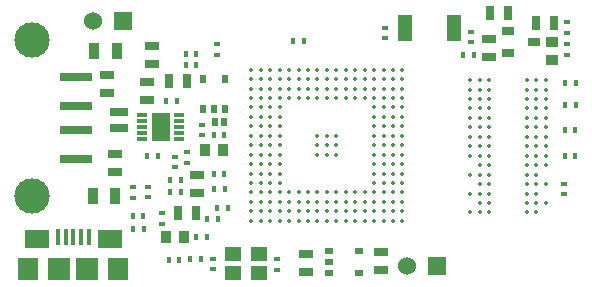
<source format=gts>
G04 #@! TF.FileFunction,Soldermask,Top*
%FSLAX46Y46*%
G04 Gerber Fmt 4.6, Leading zero omitted, Abs format (unit mm)*
G04 Created by KiCad (PCBNEW 4.1.0-alpha+201605292346+6852~44~ubuntu14.04.1-product) date Thu Jun  2 19:47:09 2016*
%MOMM*%
%LPD*%
G01*
G04 APERTURE LIST*
%ADD10C,0.150000*%
%ADD11R,0.398780X0.599440*%
%ADD12R,0.599440X0.398780*%
%ADD13R,1.400000X1.150000*%
%ADD14R,1.300000X2.200000*%
%ADD15R,1.000760X0.899160*%
%ADD16R,0.899160X1.000760*%
%ADD17R,0.508000X0.762000*%
%ADD18R,0.762000X0.508000*%
%ADD19R,1.143000X0.635000*%
%ADD20R,0.635000X1.143000*%
%ADD21R,1.600000X0.650000*%
%ADD22R,1.897380X1.897380*%
%ADD23R,1.899920X1.897380*%
%ADD24R,1.795780X1.897380*%
%ADD25R,2.095500X1.597660*%
%ADD26R,0.398780X1.346200*%
%ADD27C,0.350000*%
%ADD28R,1.000760X0.800100*%
%ADD29R,0.848360X0.299720*%
%ADD30R,1.648460X2.379980*%
%ADD31R,0.889000X1.397000*%
%ADD32R,1.524000X1.524000*%
%ADD33C,1.524000*%
%ADD34R,2.820000X0.800000*%
%ADD35C,3.000000*%
G04 APERTURE END LIST*
D10*
D11*
X142488920Y-89890600D03*
X143388080Y-89890600D03*
X176270920Y-90220800D03*
X177170080Y-90220800D03*
D12*
X176199800Y-96883220D03*
X176199800Y-97782380D03*
D11*
X176283620Y-88328500D03*
X177182780Y-88328500D03*
X176258220Y-94564200D03*
X177157380Y-94564200D03*
X176258220Y-92329000D03*
X177157380Y-92329000D03*
D12*
X146837400Y-85097620D03*
X146837400Y-85996780D03*
D11*
X145420080Y-103276400D03*
X144520920Y-103276400D03*
X145966180Y-101396800D03*
X145067020Y-101396800D03*
X144165320Y-85890100D03*
X145064480Y-85890100D03*
D12*
X145554700Y-91892120D03*
X145554700Y-92791280D03*
X151917400Y-104183180D03*
X151917400Y-103284020D03*
X176491900Y-84104480D03*
X176491900Y-83205320D03*
X176453800Y-85059520D03*
X176453800Y-85958680D03*
D11*
X140888720Y-94551500D03*
X141787880Y-94551500D03*
D12*
X143256000Y-95521780D03*
X143256000Y-94622620D03*
D11*
X140594080Y-100711000D03*
X139694920Y-100711000D03*
X140568680Y-99606100D03*
X139669520Y-99606100D03*
X143730980Y-96621600D03*
X142831820Y-96621600D03*
X143629380Y-103378000D03*
X142730220Y-103378000D03*
X146540220Y-92773500D03*
X147439380Y-92773500D03*
X142831820Y-97599500D03*
X143730980Y-97599500D03*
X146527520Y-96037400D03*
X147426680Y-96037400D03*
X145981420Y-99885500D03*
X146880580Y-99885500D03*
D13*
X148168200Y-104485900D03*
X150368200Y-104485900D03*
X148168200Y-102885900D03*
X150368200Y-102885900D03*
D14*
X162725100Y-83705700D03*
X166925100Y-83705700D03*
D12*
X146519900Y-103258620D03*
X146519900Y-104157780D03*
D11*
X147490180Y-97307400D03*
X146591020Y-97307400D03*
D15*
X175221900Y-86426040D03*
X175221900Y-84922360D03*
D12*
X168313100Y-84018120D03*
X168313100Y-84917280D03*
X142176500Y-100296980D03*
X142176500Y-99397820D03*
D11*
X147744180Y-98983800D03*
X146845020Y-98983800D03*
D16*
X145780760Y-94043500D03*
X147284440Y-94043500D03*
D17*
X147370800Y-91655900D03*
X146659600Y-91655900D03*
D18*
X156337000Y-102577900D03*
X156337000Y-104482900D03*
X158877000Y-102577900D03*
X156337000Y-103530400D03*
X158877000Y-104482900D03*
D17*
X145630900Y-90551000D03*
X147535900Y-90551000D03*
X145630900Y-88011000D03*
X146583400Y-90551000D03*
X147535900Y-88011000D03*
D16*
X142516860Y-101422200D03*
X144020540Y-101422200D03*
D19*
X138201400Y-95935800D03*
X138201400Y-94411800D03*
D20*
X144272000Y-88188800D03*
X142748000Y-88188800D03*
D19*
X137477500Y-89255600D03*
X137477500Y-87731600D03*
D20*
X175323500Y-83312000D03*
X173799500Y-83312000D03*
D19*
X140906500Y-88252300D03*
X140906500Y-89776300D03*
X154368500Y-104368600D03*
X154368500Y-102844600D03*
X160693100Y-102704900D03*
X160693100Y-104228900D03*
D11*
X145051780Y-86868000D03*
X144152620Y-86868000D03*
D12*
X161048700Y-83700620D03*
X161048700Y-84599780D03*
D19*
X145110200Y-96139000D03*
X145110200Y-97663000D03*
D20*
X145008600Y-99364800D03*
X143484600Y-99364800D03*
D12*
X144310100Y-94203520D03*
X144310100Y-95102680D03*
D21*
X138480800Y-92176600D03*
X138480800Y-90826600D03*
D22*
X133446520Y-104089200D03*
D23*
X135844280Y-104089200D03*
D24*
X138445240Y-104089200D03*
D25*
X131546600Y-101539040D03*
D26*
X133347460Y-101412040D03*
X133997700Y-101412040D03*
X134645400Y-101412040D03*
X135293100Y-101412040D03*
X135943340Y-101412040D03*
D25*
X137744200Y-101539040D03*
D24*
X130845560Y-104089200D03*
D27*
X174650000Y-88126000D03*
X173850000Y-88126000D03*
X173050000Y-88126000D03*
X169850000Y-88126000D03*
X169050000Y-88126000D03*
X168250000Y-88126000D03*
X174650000Y-88926000D03*
X173850000Y-88926000D03*
X173050000Y-88926000D03*
X169850000Y-88926000D03*
X169050000Y-88926000D03*
X168250000Y-88926000D03*
X174650000Y-89726000D03*
X173850000Y-89726000D03*
X173050000Y-89726000D03*
X169850000Y-89726000D03*
X169050000Y-89726000D03*
X168250000Y-89726000D03*
X174650000Y-90526000D03*
X173850000Y-90526000D03*
X173050000Y-90526000D03*
X169850000Y-90526000D03*
X169050000Y-90526000D03*
X168250000Y-90526000D03*
X174650000Y-91326000D03*
X173850000Y-91326000D03*
X173050000Y-91326000D03*
X169850000Y-91326000D03*
X169050000Y-91326000D03*
X168250000Y-91326000D03*
X174650000Y-92126000D03*
X173850000Y-92126000D03*
X173050000Y-92126000D03*
X169850000Y-92126000D03*
X169050000Y-92126000D03*
X168250000Y-92126000D03*
X174650000Y-92926000D03*
X173850000Y-92926000D03*
X173050000Y-92926000D03*
X169850000Y-92926000D03*
X169050000Y-92926000D03*
X168250000Y-92926000D03*
X174650000Y-93726000D03*
X173850000Y-93726000D03*
X173050000Y-93726000D03*
X169850000Y-93726000D03*
X169050000Y-93726000D03*
X168250000Y-93726000D03*
X174650000Y-94526000D03*
X173850000Y-94526000D03*
X173050000Y-94526000D03*
X169850000Y-94526000D03*
X169050000Y-94526000D03*
X173850000Y-95326000D03*
X173050000Y-95326000D03*
X169850000Y-95326000D03*
X169050000Y-95326000D03*
X173850000Y-96126000D03*
X173050000Y-96126000D03*
X169850000Y-96126000D03*
X169050000Y-96126000D03*
X173850000Y-96926000D03*
X173050000Y-96926000D03*
X169850000Y-96926000D03*
X169050000Y-96926000D03*
X173850000Y-97726000D03*
X173050000Y-97726000D03*
X169850000Y-97726000D03*
X169050000Y-97726000D03*
X173850000Y-98526000D03*
X173050000Y-98526000D03*
X169850000Y-98526000D03*
X169050000Y-98526000D03*
X173850000Y-99326000D03*
X173050000Y-99326000D03*
X169850000Y-99326000D03*
X169050000Y-99326000D03*
X168250000Y-99326000D03*
X168250000Y-97726000D03*
X168250000Y-96126000D03*
X168250000Y-94526000D03*
X174650000Y-95326000D03*
X174650000Y-96926000D03*
X174650000Y-98526000D03*
X156121100Y-93637100D03*
X156121100Y-94437100D03*
X155321100Y-92837100D03*
X155321100Y-93637100D03*
X155321100Y-94437100D03*
X156121100Y-92837100D03*
X156921100Y-92837100D03*
X156921100Y-93637100D03*
X156921100Y-94437100D03*
X160121100Y-93637100D03*
X160121100Y-94437100D03*
X160121100Y-95237100D03*
X160121100Y-96037100D03*
X160121100Y-96837100D03*
X160121100Y-97637100D03*
X160121100Y-98437100D03*
X160121100Y-99237100D03*
X160121100Y-100037100D03*
X160121100Y-87237100D03*
X160121100Y-88037100D03*
X160121100Y-88837100D03*
X160121100Y-89637100D03*
X160121100Y-90437100D03*
X160121100Y-91237100D03*
X160121100Y-92037100D03*
X160121100Y-92837100D03*
X160921100Y-87237100D03*
X160921100Y-88037100D03*
X160921100Y-88837100D03*
X160921100Y-89637100D03*
X160921100Y-90437100D03*
X160921100Y-91237100D03*
X160921100Y-92037100D03*
X160921100Y-92837100D03*
X160921100Y-93637100D03*
X160921100Y-94437100D03*
X160921100Y-95237100D03*
X160921100Y-96037100D03*
X160921100Y-96837100D03*
X160921100Y-97637100D03*
X160921100Y-98437100D03*
X160921100Y-99237100D03*
X160921100Y-100037100D03*
X161721100Y-87237100D03*
X161721100Y-88037100D03*
X161721100Y-88837100D03*
X161721100Y-89637100D03*
X161721100Y-90437100D03*
X161721100Y-91237100D03*
X161721100Y-92037100D03*
X161721100Y-92837100D03*
X161721100Y-93637100D03*
X161721100Y-94437100D03*
X161721100Y-95237100D03*
X161721100Y-96037100D03*
X161721100Y-96837100D03*
X161721100Y-97637100D03*
X161721100Y-98437100D03*
X161721100Y-99237100D03*
X161721100Y-100037100D03*
X162521100Y-87237100D03*
X162521100Y-88037100D03*
X162521100Y-88837100D03*
X162521100Y-89637100D03*
X162521100Y-90437100D03*
X162521100Y-91237100D03*
X162521100Y-92037100D03*
X162521100Y-92837100D03*
X162521100Y-93637100D03*
X162521100Y-94437100D03*
X162521100Y-95237100D03*
X162521100Y-96037100D03*
X162521100Y-96837100D03*
X162521100Y-97637100D03*
X162521100Y-98437100D03*
X162521100Y-99237100D03*
X162521100Y-100037100D03*
X159321100Y-87237100D03*
X159321100Y-88037100D03*
X159321100Y-88837100D03*
X159321100Y-89637100D03*
X159321100Y-97637100D03*
X159321100Y-98437100D03*
X159321100Y-99237100D03*
X159321100Y-100037100D03*
X158521100Y-87237100D03*
X158521100Y-88037100D03*
X158521100Y-88837100D03*
X158521100Y-89637100D03*
X158521100Y-97637100D03*
X158521100Y-98437100D03*
X158521100Y-99237100D03*
X158521100Y-100037100D03*
X157721100Y-87237100D03*
X157721100Y-88037100D03*
X157721100Y-88837100D03*
X157721100Y-89637100D03*
X157721100Y-97637100D03*
X157721100Y-98437100D03*
X157721100Y-99237100D03*
X157721100Y-100037100D03*
X156921100Y-87237100D03*
X156921100Y-88037100D03*
X156921100Y-88837100D03*
X156921100Y-89637100D03*
X156921100Y-97637100D03*
X156921100Y-98437100D03*
X156921100Y-99237100D03*
X156921100Y-100037100D03*
X156121100Y-87237100D03*
X156121100Y-88037100D03*
X156121100Y-88837100D03*
X156121100Y-89637100D03*
X156121100Y-97637100D03*
X156121100Y-98437100D03*
X156121100Y-99237100D03*
X156121100Y-100037100D03*
X155321100Y-87237100D03*
X155321100Y-88037100D03*
X155321100Y-88837100D03*
X155321100Y-89637100D03*
X155321100Y-97637100D03*
X155321100Y-98437100D03*
X155321100Y-99237100D03*
X155321100Y-100037100D03*
X154521100Y-87237100D03*
X154521100Y-88037100D03*
X154521100Y-88837100D03*
X154521100Y-89637100D03*
X154521100Y-97637100D03*
X154521100Y-98437100D03*
X154521100Y-99237100D03*
X154521100Y-100037100D03*
X153721100Y-87237100D03*
X153721100Y-88037100D03*
X153721100Y-88837100D03*
X153721100Y-89637100D03*
X153721100Y-97637100D03*
X153721100Y-98437100D03*
X153721100Y-99237100D03*
X153721100Y-100037100D03*
X152921100Y-87237100D03*
X152921100Y-88037100D03*
X152921100Y-88837100D03*
X152921100Y-89637100D03*
X152921100Y-97637100D03*
X152921100Y-98437100D03*
X152921100Y-99237100D03*
X152921100Y-100037100D03*
X152121100Y-87237100D03*
X152121100Y-88037100D03*
X152121100Y-88837100D03*
X152121100Y-89637100D03*
X152121100Y-90437100D03*
X152121100Y-91237100D03*
X152121100Y-92037100D03*
X152121100Y-92837100D03*
X152121100Y-93637100D03*
X152121100Y-94437100D03*
X152121100Y-95237100D03*
X152121100Y-96037100D03*
X152121100Y-96837100D03*
X152121100Y-97637100D03*
X152121100Y-98437100D03*
X152121100Y-99237100D03*
X152121100Y-100037100D03*
X151321100Y-87237100D03*
X151321100Y-88037100D03*
X151321100Y-88837100D03*
X151321100Y-89637100D03*
X151321100Y-90437100D03*
X151321100Y-91237100D03*
X151321100Y-92037100D03*
X151321100Y-92837100D03*
X151321100Y-93637100D03*
X151321100Y-94437100D03*
X151321100Y-95237100D03*
X151321100Y-96037100D03*
X151321100Y-96837100D03*
X151321100Y-97637100D03*
X151321100Y-98437100D03*
X151321100Y-99237100D03*
X151321100Y-100037100D03*
X150521100Y-87237100D03*
X150521100Y-88037100D03*
X150521100Y-88837100D03*
X150521100Y-89637100D03*
X150521100Y-90437100D03*
X150521100Y-91237100D03*
X150521100Y-92037100D03*
X150521100Y-92837100D03*
X150521100Y-93637100D03*
X150521100Y-94437100D03*
X150521100Y-95237100D03*
X150521100Y-96037100D03*
X150521100Y-96837100D03*
X150521100Y-97637100D03*
X150521100Y-98437100D03*
X150521100Y-99237100D03*
X150521100Y-100037100D03*
X149721100Y-87237100D03*
X149721100Y-88037100D03*
X149721100Y-88837100D03*
X149721100Y-89637100D03*
X149721100Y-90437100D03*
X149721100Y-91237100D03*
X149721100Y-92037100D03*
X149721100Y-92837100D03*
X149721100Y-93637100D03*
X149721100Y-94437100D03*
X149721100Y-95237100D03*
X149721100Y-96037100D03*
X149721100Y-96837100D03*
X149721100Y-97637100D03*
X149721100Y-98437100D03*
X149721100Y-99237100D03*
X149721100Y-100037100D03*
D20*
X171437300Y-82473800D03*
X169913300Y-82473800D03*
D19*
X169862500Y-86144100D03*
X169862500Y-84620100D03*
D28*
X173680120Y-84899500D03*
X171480480Y-85852000D03*
X171480480Y-83947000D03*
D11*
X167634920Y-85966300D03*
X168534080Y-85966300D03*
D29*
X143586200Y-93098620D03*
X143586200Y-92598240D03*
X143586200Y-92100400D03*
X143586200Y-91602560D03*
X143586200Y-91102180D03*
X140487400Y-91102180D03*
X140487400Y-91602560D03*
X140487400Y-92100400D03*
X140487400Y-92598240D03*
X140487400Y-93098620D03*
D30*
X142036800Y-92100400D03*
D19*
X141325600Y-85255100D03*
X141325600Y-86779100D03*
D12*
X139700000Y-98074480D03*
X139700000Y-97175320D03*
X140970000Y-98049080D03*
X140970000Y-97149920D03*
D31*
X136309100Y-97917000D03*
X138214100Y-97917000D03*
X136410700Y-85661500D03*
X138315700Y-85661500D03*
D32*
X138887200Y-83121500D03*
D33*
X136347200Y-83121500D03*
D32*
X165430200Y-103835200D03*
D33*
X162890200Y-103835200D03*
D34*
X134848600Y-87838400D03*
X134848600Y-90338400D03*
X134848600Y-92338400D03*
X134848600Y-94838400D03*
D35*
X131138600Y-84768400D03*
X131138600Y-97908400D03*
D11*
X153258520Y-84823300D03*
X154157680Y-84823300D03*
M02*

</source>
